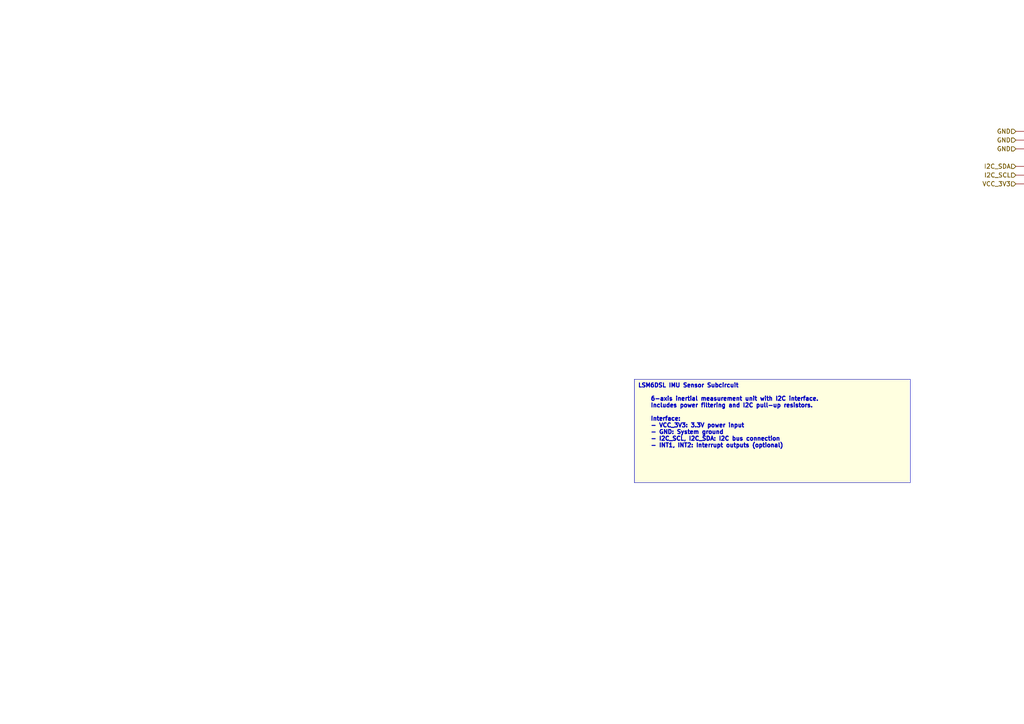
<source format=kicad_sch>
(kicad_sch (version 20250114) (generator "kicad_api") (generator_version 9.0)
  (paper A4)
  (paper A4)
  (lib_symbols
    (symbol "Device:C" (pin_numbers hide) (pin_names (offset 0.254))
      (property "Reference" "C" (at 0.0 0.0 0))
      (property "Value" "C" (at 0.0 0.0 0))
      (symbol "C_0_1"
        (polyline (pts (xy -2.032 0.762) (xy 2.032 0.762)) (stroke (width 0.508)))
        (polyline (pts (xy -2.032 -0.762) (xy 2.032 -0.762)) (stroke (width 0.508)))
      )
      (symbol "C_1_1"
        (pin passive line (at 0.0 3.81 270) (length 2.794) (name ~) (number "1"))
        (pin passive line (at 0.0 -3.81 90) (length 2.794) (name ~) (number "2"))
      )
    )
    (symbol "Device:R" (pin_numbers hide) (pin_names (offset 0.254))
      (property "Reference" "R" (at 0.0 0.0 0))
      (property "Value" "R" (at 0.0 0.0 0))
      (symbol "R_0_1"
        (rectangle (start -1.016 -2.54) (end 1.016 2.54) (stroke (width 0.254)))
      )
      (symbol "R_1_1"
        (pin passive line (at 0.0 3.81 270) (length 1.27) (name ~) (number "1"))
        (pin passive line (at 0.0 -3.81 90) (length 1.27) (name ~) (number "2"))
      )
    )
    (symbol "Sensor_Motion:LSM6DSL" (pin_numbers hide) (pin_names (offset 0.254))
      (property "Reference" "U" (at 0.0 0.0 0))
      (property "Value" "LSM6DSL" (at 0.0 0.0 0))
      (symbol "LSM6DSL_0_1"
        (rectangle (start -12.7 12.7) (end 12.7 -12.7) (stroke (width 0.254)) (fill (type background)))
      )
      (symbol "LSM6DSL_1_1"
        (pin bidirectional line (at -15.24 7.62 0) (length 2.54) (name "SDO/SA0") (number "1"))
        (pin bidirectional line (at -15.24 5.08 0) (length 2.54) (name SDX) (number "2"))
        (pin input line (at -15.24 2.54 0) (length 2.54) (name SCX) (number "3"))
        (pin bidirectional line (at -15.24 -2.54 0) (length 2.54) (name SDA) (number "14"))
        (pin input line (at -15.24 -5.08 0) (length 2.54) (name SCL) (number "13"))
        (pin input line (at -15.24 -7.62 0) (length 2.54) (name CS) (number "12"))
        (pin power_in line (at 0.0 15.24 270) (length 2.54) (name VDDIO) (number "5"))
        (pin power_in line (at 0.0 -15.24 90) (length 2.54) (name GND) (number "6"))
        (pin passive line (at 0.0 -15.24 90) (length 2.54) (name GND) (number "7"))
        (pin power_in line (at 2.54 15.24 270) (length 2.54) (name VDD) (number "8"))
        (pin no_connect line (at 12.7 -2.54 180) (length 3.81) (name NC) (number "11"))
        (pin no_connect line (at 12.7 -5.08 180) (length 3.81) (name NC) (number "10"))
        (pin output line (at 15.24 7.62 180) (length 2.54) (name INT1) (number "4"))
        (pin output line (at 15.24 5.08 180) (length 2.54) (name INT2) (number "9"))
      )
    )
  )
  (title_block (title IMU_Sensor) (date 2025-07-29) (company Circuit-Synth))
  (symbol (lib_id Sensor_Motion:LSM6DSL) (at 309.88 45.72 0)
    (property "Reference" "U3" (at 309.88 40.72 0))
    (property "Value" "LSM6DSL" (at 309.88 50.72 0))
    (property "Footprint" "Package_LGA:LGA-14_3x2.5mm_P0.5mm_LayoutBorder3x4y" (effects (hide yes)))
    (instances (project "circuit" (path "" (reference U3) (unit 1))) (project "STM32_IMU_USBC_Hierarchical" (path "" (reference U3) (unit 1))))
  )
  (symbol (lib_id Device:C) (at 335.28000000000003 45.72 0)
    (property "Reference" "C13" (at 335.28000000000003 40.72 0))
    (property "Value" "100nF" (at 335.28000000000003 50.72 0))
    (property "Footprint" "Capacitor_SMD:C_0603_1608Metric" (effects (hide yes)))
    (instances (project "circuit" (path "" (reference C13) (unit 1))) (project "STM32_IMU_USBC_Hierarchical" (path "" (reference C13) (unit 1))))
  )
  (symbol (lib_id Device:R) (at 355.6 45.72 0)
    (property "Reference" "R2" (at 355.6 40.72 0))
    (property "Value" "4.7k" (at 355.6 50.72 0))
    (property "Footprint" "Resistor_SMD:R_0603_1608Metric" (effects (hide yes)))
    (instances (project "circuit" (path "" (reference R2) (unit 1))) (project "STM32_IMU_USBC_Hierarchical" (path "" (reference R2) (unit 1))))
  )
  (symbol (lib_id Device:R) (at 375.92 45.72 0)
    (property "Reference" "R3" (at 375.92 40.72 0))
    (property "Value" "4.7k" (at 375.92 50.72 0))
    (property "Footprint" "Resistor_SMD:R_0603_1608Metric" (effects (hide yes)))
    (instances (project "circuit" (path "" (reference R3) (unit 1))) (project "STM32_IMU_USBC_Hierarchical" (path "" (reference R3) (unit 1))))
  )
  (hierarchical_label GND (shape input) (at 294.64 38.1 180))
  (hierarchical_label GND (shape input) (at 294.64 40.64 180))
  (hierarchical_label GND (shape input) (at 294.64 43.18 180))
  (hierarchical_label GND (shape input) (at 309.88 60.96 270))
  (hierarchical_label GND (shape input) (at 309.88 60.96 270))
  (hierarchical_label GND (shape input) (at 294.64 38.1 180))
  (hierarchical_label GND (shape input) (at 294.64 43.18 180))
  (hierarchical_label GND (shape input) (at 294.64 40.64 180))
  (hierarchical_label GND (shape input) (at 335.28000000000003 49.53 270))
  (hierarchical_label I2C_SDA (shape input) (at 294.64 48.26 180))
  (hierarchical_label I2C_SDA (shape input) (at 294.64 48.26 180))
  (hierarchical_label I2C_SDA (shape input) (at 375.92 41.91 90))
  (hierarchical_label I2C_SCL (shape input) (at 294.64 50.8 180))
  (hierarchical_label I2C_SCL (shape input) (at 294.64 50.8 180))
  (hierarchical_label I2C_SCL (shape input) (at 355.6 41.91 90))
  (hierarchical_label VCC_3V3 (shape input) (at 294.64 53.339999999999996 180))
  (hierarchical_label VCC_3V3 (shape input) (at 309.88 30.479999999999997 90))
  (hierarchical_label VCC_3V3 (shape input) (at 312.42 30.479999999999997 90))
  (hierarchical_label VCC_3V3 (shape input) (at 312.42 30.479999999999997 90))
  (hierarchical_label VCC_3V3 (shape input) (at 309.88 30.479999999999997 90))
  (hierarchical_label VCC_3V3 (shape input) (at 294.64 53.339999999999996 180))
  (hierarchical_label VCC_3V3 (shape input) (at 335.28000000000003 41.91 90))
  (hierarchical_label VCC_3V3 (shape input) (at 355.6 49.53 270))
  (hierarchical_label VCC_3V3 (shape input) (at 375.92 49.53 270))
  (hierarchical_label IMU_INT1 (shape input) (at 325.12 38.1 0))
  (hierarchical_label IMU_INT1 (shape input) (at 325.12 38.1 0))
  (hierarchical_label IMU_INT2 (shape input) (at 325.12 40.64 0))
  (hierarchical_label IMU_INT2 (shape input) (at 325.12 40.64 0))
  (text_box "LSM6DSL IMU Sensor Subcircuit\n    \n    6-axis inertial measurement unit with I2C interface.\n    Includes power filtering and I2C pull-up resistors.\n    \n    Interface:\n    - VCC_3V3: 3.3V power input\n    - GND: System ground  \n    - I2C_SCL, I2C_SDA: I2C bus connection\n    - INT1, INT2: Interrupt outputs (optional)" (exclude_from_sim yes) (at 184.0 110.0 0) (size 80.0 30.0) (margins 1.0 1.0 1.0 1.0) (stroke (width 0.1)) (fill (type color) (color 255 255 224 1)) (effects (font (size 1.2 1.2) (thickness 0.254)) (justify left top)))
  (text_box "LSM6DSL IMU Sensor Subcircuit\n    \n    6-axis inertial measurement unit with I2C interface.\n    Includes power filtering and I2C pull-up resistors.\n    \n    Interface:\n    - VCC_3V3: 3.3V power input\n    - GND: System ground  \n    - I2C_SCL, I2C_SDA: I2C bus connection\n    - INT1, INT2: Interrupt outputs (optional)" (exclude_from_sim yes) (at 184.0 110.0 0) (size 80.0 30.0) (margins 1.0 1.0 1.0 1.0) (stroke (width 0.1)) (fill (type color) (color 255 255 224 1)) (effects (font (size 1.2 1.2) (thickness 0.254)) (justify left top)))
)
</source>
